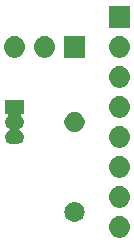
<source format=gts>
%TF.GenerationSoftware,KiCad,Pcbnew,5.1.4*%
%TF.CreationDate,2019-09-29T12:18:45+02:00*%
%TF.ProjectId,m5stickc-dallas-hat-pcb,6d357374-6963-46b6-932d-64616c6c6173,rev?*%
%TF.SameCoordinates,PX8eeaea0PY695f190*%
%TF.FileFunction,Soldermask,Top*%
%TF.FilePolarity,Negative*%
%FSLAX46Y46*%
G04 Gerber Fmt 4.6, Leading zero omitted, Abs format (unit mm)*
G04 Created by KiCad (PCBNEW 5.1.4) date 2019-09-29 12:18:45*
%MOMM*%
%LPD*%
G04 APERTURE LIST*
%ADD10C,0.100000*%
G04 APERTURE END LIST*
D10*
G36*
X11540443Y2164481D02*
G01*
X11606627Y2157963D01*
X11776466Y2106443D01*
X11932991Y2022778D01*
X11968729Y1993448D01*
X12070186Y1910186D01*
X12153448Y1808729D01*
X12182778Y1772991D01*
X12266443Y1616466D01*
X12317963Y1446627D01*
X12335359Y1270000D01*
X12317963Y1093373D01*
X12266443Y923534D01*
X12182778Y767009D01*
X12153448Y731271D01*
X12070186Y629814D01*
X11968729Y546552D01*
X11932991Y517222D01*
X11776466Y433557D01*
X11606627Y382037D01*
X11540443Y375519D01*
X11474260Y369000D01*
X11385740Y369000D01*
X11319557Y375519D01*
X11253373Y382037D01*
X11083534Y433557D01*
X10927009Y517222D01*
X10891271Y546552D01*
X10789814Y629814D01*
X10706552Y731271D01*
X10677222Y767009D01*
X10593557Y923534D01*
X10542037Y1093373D01*
X10524641Y1270000D01*
X10542037Y1446627D01*
X10593557Y1616466D01*
X10677222Y1772991D01*
X10706552Y1808729D01*
X10789814Y1910186D01*
X10891271Y1993448D01*
X10927009Y2022778D01*
X11083534Y2106443D01*
X11253373Y2157963D01*
X11319557Y2164481D01*
X11385740Y2171000D01*
X11474260Y2171000D01*
X11540443Y2164481D01*
X11540443Y2164481D01*
G37*
G36*
X7786823Y3378687D02*
G01*
X7947242Y3330024D01*
X8079906Y3259114D01*
X8095078Y3251004D01*
X8224659Y3144659D01*
X8331004Y3015078D01*
X8331005Y3015076D01*
X8410024Y2867242D01*
X8458687Y2706823D01*
X8475117Y2540000D01*
X8458687Y2373177D01*
X8410024Y2212758D01*
X8380735Y2157963D01*
X8331004Y2064922D01*
X8224659Y1935341D01*
X8095078Y1828996D01*
X8095076Y1828995D01*
X7947242Y1749976D01*
X7786823Y1701313D01*
X7661804Y1689000D01*
X7578196Y1689000D01*
X7453177Y1701313D01*
X7292758Y1749976D01*
X7144924Y1828995D01*
X7144922Y1828996D01*
X7015341Y1935341D01*
X6908996Y2064922D01*
X6859265Y2157963D01*
X6829976Y2212758D01*
X6781313Y2373177D01*
X6764883Y2540000D01*
X6781313Y2706823D01*
X6829976Y2867242D01*
X6908995Y3015076D01*
X6908996Y3015078D01*
X7015341Y3144659D01*
X7144922Y3251004D01*
X7160094Y3259114D01*
X7292758Y3330024D01*
X7453177Y3378687D01*
X7578196Y3391000D01*
X7661804Y3391000D01*
X7786823Y3378687D01*
X7786823Y3378687D01*
G37*
G36*
X11540443Y4704481D02*
G01*
X11606627Y4697963D01*
X11776466Y4646443D01*
X11932991Y4562778D01*
X11968729Y4533448D01*
X12070186Y4450186D01*
X12153448Y4348729D01*
X12182778Y4312991D01*
X12266443Y4156466D01*
X12317963Y3986627D01*
X12335359Y3810000D01*
X12317963Y3633373D01*
X12266443Y3463534D01*
X12182778Y3307009D01*
X12153448Y3271271D01*
X12070186Y3169814D01*
X11968729Y3086552D01*
X11932991Y3057222D01*
X11776466Y2973557D01*
X11606627Y2922037D01*
X11540443Y2915519D01*
X11474260Y2909000D01*
X11385740Y2909000D01*
X11319557Y2915519D01*
X11253373Y2922037D01*
X11083534Y2973557D01*
X10927009Y3057222D01*
X10891271Y3086552D01*
X10789814Y3169814D01*
X10706552Y3271271D01*
X10677222Y3307009D01*
X10593557Y3463534D01*
X10542037Y3633373D01*
X10524641Y3810000D01*
X10542037Y3986627D01*
X10593557Y4156466D01*
X10677222Y4312991D01*
X10706552Y4348729D01*
X10789814Y4450186D01*
X10891271Y4533448D01*
X10927009Y4562778D01*
X11083534Y4646443D01*
X11253373Y4697963D01*
X11319557Y4704481D01*
X11385740Y4711000D01*
X11474260Y4711000D01*
X11540443Y4704481D01*
X11540443Y4704481D01*
G37*
G36*
X11540443Y7244481D02*
G01*
X11606627Y7237963D01*
X11776466Y7186443D01*
X11932991Y7102778D01*
X11968729Y7073448D01*
X12070186Y6990186D01*
X12153448Y6888729D01*
X12182778Y6852991D01*
X12266443Y6696466D01*
X12317963Y6526627D01*
X12335359Y6350000D01*
X12317963Y6173373D01*
X12266443Y6003534D01*
X12182778Y5847009D01*
X12153448Y5811271D01*
X12070186Y5709814D01*
X11968729Y5626552D01*
X11932991Y5597222D01*
X11776466Y5513557D01*
X11606627Y5462037D01*
X11540442Y5455518D01*
X11474260Y5449000D01*
X11385740Y5449000D01*
X11319557Y5455519D01*
X11253373Y5462037D01*
X11083534Y5513557D01*
X10927009Y5597222D01*
X10891271Y5626552D01*
X10789814Y5709814D01*
X10706552Y5811271D01*
X10677222Y5847009D01*
X10593557Y6003534D01*
X10542037Y6173373D01*
X10524641Y6350000D01*
X10542037Y6526627D01*
X10593557Y6696466D01*
X10677222Y6852991D01*
X10706552Y6888729D01*
X10789814Y6990186D01*
X10891271Y7073448D01*
X10927009Y7102778D01*
X11083534Y7186443D01*
X11253373Y7237963D01*
X11319558Y7244482D01*
X11385740Y7251000D01*
X11474260Y7251000D01*
X11540443Y7244481D01*
X11540443Y7244481D01*
G37*
G36*
X11540443Y9784481D02*
G01*
X11606627Y9777963D01*
X11776466Y9726443D01*
X11932991Y9642778D01*
X11958766Y9621625D01*
X12070186Y9530186D01*
X12139519Y9445702D01*
X12182778Y9392991D01*
X12266443Y9236466D01*
X12317963Y9066627D01*
X12335359Y8890000D01*
X12317963Y8713373D01*
X12266443Y8543534D01*
X12182778Y8387009D01*
X12156732Y8355272D01*
X12070186Y8249814D01*
X11968729Y8166552D01*
X11932991Y8137222D01*
X11776466Y8053557D01*
X11606627Y8002037D01*
X11540442Y7995518D01*
X11474260Y7989000D01*
X11385740Y7989000D01*
X11319558Y7995518D01*
X11253373Y8002037D01*
X11083534Y8053557D01*
X10927009Y8137222D01*
X10891271Y8166552D01*
X10789814Y8249814D01*
X10703268Y8355272D01*
X10677222Y8387009D01*
X10593557Y8543534D01*
X10542037Y8713373D01*
X10524641Y8890000D01*
X10542037Y9066627D01*
X10593557Y9236466D01*
X10677222Y9392991D01*
X10720481Y9445702D01*
X10789814Y9530186D01*
X10901234Y9621625D01*
X10927009Y9642778D01*
X11083534Y9726443D01*
X11253373Y9777963D01*
X11319557Y9784481D01*
X11385740Y9791000D01*
X11474260Y9791000D01*
X11540443Y9784481D01*
X11540443Y9784481D01*
G37*
G36*
X3341000Y10854000D02*
G01*
X3176660Y10854000D01*
X3152274Y10851598D01*
X3128825Y10844485D01*
X3107214Y10832934D01*
X3088272Y10817389D01*
X3072727Y10798447D01*
X3061176Y10776836D01*
X3054063Y10753387D01*
X3051661Y10729001D01*
X3054063Y10704615D01*
X3061176Y10681166D01*
X3072727Y10659555D01*
X3088272Y10640613D01*
X3097345Y10632391D01*
X3174264Y10569264D01*
X3246244Y10481557D01*
X3280429Y10417601D01*
X3299728Y10381495D01*
X3299729Y10381492D01*
X3332666Y10272916D01*
X3343787Y10160000D01*
X3332666Y10047084D01*
X3299729Y9938508D01*
X3299728Y9938505D01*
X3285439Y9911772D01*
X3246244Y9838443D01*
X3174264Y9750736D01*
X3086557Y9678756D01*
X3005141Y9635239D01*
X2984766Y9621625D01*
X2967439Y9604298D01*
X2953826Y9583924D01*
X2944448Y9561285D01*
X2939668Y9537252D01*
X2939668Y9512748D01*
X2944448Y9488715D01*
X2953826Y9466076D01*
X2967440Y9445701D01*
X2984767Y9428374D01*
X3005141Y9414761D01*
X3086557Y9371244D01*
X3174264Y9299264D01*
X3246244Y9211557D01*
X3280429Y9147601D01*
X3299728Y9111495D01*
X3299729Y9111492D01*
X3332666Y9002916D01*
X3343787Y8890000D01*
X3332666Y8777084D01*
X3299729Y8668508D01*
X3299728Y8668505D01*
X3280429Y8632399D01*
X3246244Y8568443D01*
X3174264Y8480736D01*
X3086557Y8408756D01*
X3022601Y8374571D01*
X2986495Y8355272D01*
X2986492Y8355271D01*
X2877916Y8322334D01*
X2793298Y8314000D01*
X2286702Y8314000D01*
X2202084Y8322334D01*
X2093508Y8355271D01*
X2093505Y8355272D01*
X2057399Y8374571D01*
X1993443Y8408756D01*
X1905736Y8480736D01*
X1833756Y8568443D01*
X1799571Y8632399D01*
X1780272Y8668505D01*
X1780271Y8668508D01*
X1747334Y8777084D01*
X1736213Y8890000D01*
X1747334Y9002916D01*
X1780271Y9111492D01*
X1780272Y9111495D01*
X1799571Y9147601D01*
X1833756Y9211557D01*
X1905736Y9299264D01*
X1993443Y9371244D01*
X2074859Y9414761D01*
X2095234Y9428375D01*
X2112561Y9445702D01*
X2126174Y9466076D01*
X2135552Y9488715D01*
X2140332Y9512748D01*
X2140332Y9537252D01*
X2135552Y9561285D01*
X2126174Y9583924D01*
X2112560Y9604299D01*
X2095233Y9621626D01*
X2074859Y9635239D01*
X1993443Y9678756D01*
X1905736Y9750736D01*
X1833756Y9838443D01*
X1794561Y9911772D01*
X1780272Y9938505D01*
X1780271Y9938508D01*
X1747334Y10047084D01*
X1736213Y10160000D01*
X1747334Y10272916D01*
X1780271Y10381492D01*
X1780272Y10381495D01*
X1799571Y10417601D01*
X1833756Y10481557D01*
X1905736Y10569264D01*
X1982646Y10632383D01*
X1999965Y10649702D01*
X2013579Y10670077D01*
X2022957Y10692716D01*
X2027737Y10716749D01*
X2027737Y10741253D01*
X2022957Y10765286D01*
X2013579Y10787925D01*
X1999966Y10808299D01*
X1982639Y10825626D01*
X1962264Y10839240D01*
X1939625Y10848618D01*
X1915592Y10853398D01*
X1903340Y10854000D01*
X1739000Y10854000D01*
X1739000Y12006000D01*
X3341000Y12006000D01*
X3341000Y10854000D01*
X3341000Y10854000D01*
G37*
G36*
X7868228Y10978297D02*
G01*
X8023100Y10914147D01*
X8162481Y10821015D01*
X8281015Y10702481D01*
X8374147Y10563100D01*
X8438297Y10408228D01*
X8471000Y10243816D01*
X8471000Y10076184D01*
X8438297Y9911772D01*
X8374147Y9756900D01*
X8281015Y9617519D01*
X8162481Y9498985D01*
X8023100Y9405853D01*
X7868228Y9341703D01*
X7703816Y9309000D01*
X7536184Y9309000D01*
X7371772Y9341703D01*
X7216900Y9405853D01*
X7077519Y9498985D01*
X6958985Y9617519D01*
X6865853Y9756900D01*
X6801703Y9911772D01*
X6769000Y10076184D01*
X6769000Y10243816D01*
X6801703Y10408228D01*
X6865853Y10563100D01*
X6958985Y10702481D01*
X7077519Y10821015D01*
X7216900Y10914147D01*
X7371772Y10978297D01*
X7536184Y11011000D01*
X7703816Y11011000D01*
X7868228Y10978297D01*
X7868228Y10978297D01*
G37*
G36*
X11540443Y12324481D02*
G01*
X11606627Y12317963D01*
X11776466Y12266443D01*
X11932991Y12182778D01*
X11968729Y12153448D01*
X12070186Y12070186D01*
X12122861Y12006000D01*
X12182778Y11932991D01*
X12266443Y11776466D01*
X12317963Y11606627D01*
X12335359Y11430000D01*
X12317963Y11253373D01*
X12266443Y11083534D01*
X12182778Y10927009D01*
X12172223Y10914148D01*
X12070186Y10789814D01*
X11968729Y10706552D01*
X11932991Y10677222D01*
X11776466Y10593557D01*
X11606627Y10542037D01*
X11540443Y10535519D01*
X11474260Y10529000D01*
X11385740Y10529000D01*
X11319557Y10535519D01*
X11253373Y10542037D01*
X11083534Y10593557D01*
X10927009Y10677222D01*
X10891271Y10706552D01*
X10789814Y10789814D01*
X10687777Y10914148D01*
X10677222Y10927009D01*
X10593557Y11083534D01*
X10542037Y11253373D01*
X10524641Y11430000D01*
X10542037Y11606627D01*
X10593557Y11776466D01*
X10677222Y11932991D01*
X10737139Y12006000D01*
X10789814Y12070186D01*
X10891271Y12153448D01*
X10927009Y12182778D01*
X11083534Y12266443D01*
X11253373Y12317963D01*
X11319557Y12324481D01*
X11385740Y12331000D01*
X11474260Y12331000D01*
X11540443Y12324481D01*
X11540443Y12324481D01*
G37*
G36*
X11540442Y14864482D02*
G01*
X11606627Y14857963D01*
X11776466Y14806443D01*
X11932991Y14722778D01*
X11968729Y14693448D01*
X12070186Y14610186D01*
X12153448Y14508729D01*
X12182778Y14472991D01*
X12266443Y14316466D01*
X12317963Y14146627D01*
X12335359Y13970000D01*
X12317963Y13793373D01*
X12266443Y13623534D01*
X12182778Y13467009D01*
X12153448Y13431271D01*
X12070186Y13329814D01*
X11968729Y13246552D01*
X11932991Y13217222D01*
X11776466Y13133557D01*
X11606627Y13082037D01*
X11540442Y13075518D01*
X11474260Y13069000D01*
X11385740Y13069000D01*
X11319558Y13075518D01*
X11253373Y13082037D01*
X11083534Y13133557D01*
X10927009Y13217222D01*
X10891271Y13246552D01*
X10789814Y13329814D01*
X10706552Y13431271D01*
X10677222Y13467009D01*
X10593557Y13623534D01*
X10542037Y13793373D01*
X10524641Y13970000D01*
X10542037Y14146627D01*
X10593557Y14316466D01*
X10677222Y14472991D01*
X10706552Y14508729D01*
X10789814Y14610186D01*
X10891271Y14693448D01*
X10927009Y14722778D01*
X11083534Y14806443D01*
X11253373Y14857963D01*
X11319558Y14864482D01*
X11385740Y14871000D01*
X11474260Y14871000D01*
X11540442Y14864482D01*
X11540442Y14864482D01*
G37*
G36*
X2650443Y17404481D02*
G01*
X2716627Y17397963D01*
X2886466Y17346443D01*
X3042991Y17262778D01*
X3078729Y17233448D01*
X3180186Y17150186D01*
X3263448Y17048729D01*
X3292778Y17012991D01*
X3376443Y16856466D01*
X3427963Y16686627D01*
X3445359Y16510000D01*
X3427963Y16333373D01*
X3376443Y16163534D01*
X3292778Y16007009D01*
X3263448Y15971271D01*
X3180186Y15869814D01*
X3078729Y15786552D01*
X3042991Y15757222D01*
X2886466Y15673557D01*
X2716627Y15622037D01*
X2650443Y15615519D01*
X2584260Y15609000D01*
X2495740Y15609000D01*
X2429557Y15615519D01*
X2363373Y15622037D01*
X2193534Y15673557D01*
X2037009Y15757222D01*
X2001271Y15786552D01*
X1899814Y15869814D01*
X1816552Y15971271D01*
X1787222Y16007009D01*
X1703557Y16163534D01*
X1652037Y16333373D01*
X1634641Y16510000D01*
X1652037Y16686627D01*
X1703557Y16856466D01*
X1787222Y17012991D01*
X1816552Y17048729D01*
X1899814Y17150186D01*
X2001271Y17233448D01*
X2037009Y17262778D01*
X2193534Y17346443D01*
X2363373Y17397963D01*
X2429557Y17404481D01*
X2495740Y17411000D01*
X2584260Y17411000D01*
X2650443Y17404481D01*
X2650443Y17404481D01*
G37*
G36*
X5190443Y17404481D02*
G01*
X5256627Y17397963D01*
X5426466Y17346443D01*
X5582991Y17262778D01*
X5618729Y17233448D01*
X5720186Y17150186D01*
X5803448Y17048729D01*
X5832778Y17012991D01*
X5916443Y16856466D01*
X5967963Y16686627D01*
X5985359Y16510000D01*
X5967963Y16333373D01*
X5916443Y16163534D01*
X5832778Y16007009D01*
X5803448Y15971271D01*
X5720186Y15869814D01*
X5618729Y15786552D01*
X5582991Y15757222D01*
X5426466Y15673557D01*
X5256627Y15622037D01*
X5190443Y15615519D01*
X5124260Y15609000D01*
X5035740Y15609000D01*
X4969557Y15615519D01*
X4903373Y15622037D01*
X4733534Y15673557D01*
X4577009Y15757222D01*
X4541271Y15786552D01*
X4439814Y15869814D01*
X4356552Y15971271D01*
X4327222Y16007009D01*
X4243557Y16163534D01*
X4192037Y16333373D01*
X4174641Y16510000D01*
X4192037Y16686627D01*
X4243557Y16856466D01*
X4327222Y17012991D01*
X4356552Y17048729D01*
X4439814Y17150186D01*
X4541271Y17233448D01*
X4577009Y17262778D01*
X4733534Y17346443D01*
X4903373Y17397963D01*
X4969557Y17404481D01*
X5035740Y17411000D01*
X5124260Y17411000D01*
X5190443Y17404481D01*
X5190443Y17404481D01*
G37*
G36*
X11540443Y17404481D02*
G01*
X11606627Y17397963D01*
X11776466Y17346443D01*
X11932991Y17262778D01*
X11968729Y17233448D01*
X12070186Y17150186D01*
X12153448Y17048729D01*
X12182778Y17012991D01*
X12266443Y16856466D01*
X12317963Y16686627D01*
X12335359Y16510000D01*
X12317963Y16333373D01*
X12266443Y16163534D01*
X12182778Y16007009D01*
X12153448Y15971271D01*
X12070186Y15869814D01*
X11968729Y15786552D01*
X11932991Y15757222D01*
X11776466Y15673557D01*
X11606627Y15622037D01*
X11540443Y15615519D01*
X11474260Y15609000D01*
X11385740Y15609000D01*
X11319557Y15615519D01*
X11253373Y15622037D01*
X11083534Y15673557D01*
X10927009Y15757222D01*
X10891271Y15786552D01*
X10789814Y15869814D01*
X10706552Y15971271D01*
X10677222Y16007009D01*
X10593557Y16163534D01*
X10542037Y16333373D01*
X10524641Y16510000D01*
X10542037Y16686627D01*
X10593557Y16856466D01*
X10677222Y17012991D01*
X10706552Y17048729D01*
X10789814Y17150186D01*
X10891271Y17233448D01*
X10927009Y17262778D01*
X11083534Y17346443D01*
X11253373Y17397963D01*
X11319557Y17404481D01*
X11385740Y17411000D01*
X11474260Y17411000D01*
X11540443Y17404481D01*
X11540443Y17404481D01*
G37*
G36*
X8521000Y15609000D02*
G01*
X6719000Y15609000D01*
X6719000Y17411000D01*
X8521000Y17411000D01*
X8521000Y15609000D01*
X8521000Y15609000D01*
G37*
G36*
X12331000Y18149000D02*
G01*
X10529000Y18149000D01*
X10529000Y19951000D01*
X12331000Y19951000D01*
X12331000Y18149000D01*
X12331000Y18149000D01*
G37*
M02*

</source>
